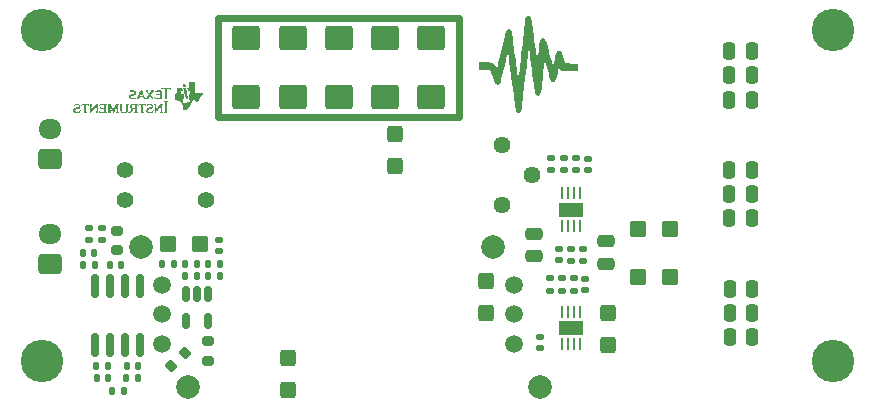
<source format=gbr>
%TF.GenerationSoftware,KiCad,Pcbnew,(6.0.5)*%
%TF.CreationDate,2023-02-17T00:10:57+08:00*%
%TF.ProjectId,EmoeNAP,456d6f65-4e41-4502-9e6b-696361645f70,rev?*%
%TF.SameCoordinates,Original*%
%TF.FileFunction,Soldermask,Bot*%
%TF.FilePolarity,Negative*%
%FSLAX46Y46*%
G04 Gerber Fmt 4.6, Leading zero omitted, Abs format (unit mm)*
G04 Created by KiCad (PCBNEW (6.0.5)) date 2023-02-17 00:10:57*
%MOMM*%
%LPD*%
G01*
G04 APERTURE LIST*
G04 Aperture macros list*
%AMRoundRect*
0 Rectangle with rounded corners*
0 $1 Rounding radius*
0 $2 $3 $4 $5 $6 $7 $8 $9 X,Y pos of 4 corners*
0 Add a 4 corners polygon primitive as box body*
4,1,4,$2,$3,$4,$5,$6,$7,$8,$9,$2,$3,0*
0 Add four circle primitives for the rounded corners*
1,1,$1+$1,$2,$3*
1,1,$1+$1,$4,$5*
1,1,$1+$1,$6,$7*
1,1,$1+$1,$8,$9*
0 Add four rect primitives between the rounded corners*
20,1,$1+$1,$2,$3,$4,$5,0*
20,1,$1+$1,$4,$5,$6,$7,0*
20,1,$1+$1,$6,$7,$8,$9,0*
20,1,$1+$1,$8,$9,$2,$3,0*%
G04 Aperture macros list end*
%ADD10C,0.600000*%
%ADD11RoundRect,0.250000X0.725000X-0.600000X0.725000X0.600000X-0.725000X0.600000X-0.725000X-0.600000X0*%
%ADD12O,1.950000X1.700000*%
%ADD13RoundRect,0.250000X-0.425000X0.450000X-0.425000X-0.450000X0.425000X-0.450000X0.425000X0.450000X0*%
%ADD14C,3.600000*%
%ADD15C,1.500000*%
%ADD16C,2.000000*%
%ADD17C,1.400000*%
%ADD18RoundRect,0.250000X0.425000X-0.450000X0.425000X0.450000X-0.425000X0.450000X-0.425000X-0.450000X0*%
%ADD19RoundRect,0.250000X0.450000X0.425000X-0.450000X0.425000X-0.450000X-0.425000X0.450000X-0.425000X0*%
%ADD20C,1.440000*%
%ADD21RoundRect,0.250000X-0.450000X-0.425000X0.450000X-0.425000X0.450000X0.425000X-0.450000X0.425000X0*%
%ADD22RoundRect,0.135000X-0.135000X-0.185000X0.135000X-0.185000X0.135000X0.185000X-0.135000X0.185000X0*%
%ADD23RoundRect,0.140000X-0.170000X0.140000X-0.170000X-0.140000X0.170000X-0.140000X0.170000X0.140000X0*%
%ADD24RoundRect,0.250000X0.250000X0.475000X-0.250000X0.475000X-0.250000X-0.475000X0.250000X-0.475000X0*%
%ADD25RoundRect,0.200000X-0.275000X0.200000X-0.275000X-0.200000X0.275000X-0.200000X0.275000X0.200000X0*%
%ADD26RoundRect,0.140000X-0.140000X-0.170000X0.140000X-0.170000X0.140000X0.170000X-0.140000X0.170000X0*%
%ADD27RoundRect,0.135000X-0.185000X0.135000X-0.185000X-0.135000X0.185000X-0.135000X0.185000X0.135000X0*%
%ADD28RoundRect,0.135000X0.185000X-0.135000X0.185000X0.135000X-0.185000X0.135000X-0.185000X-0.135000X0*%
%ADD29RoundRect,0.250000X-0.475000X0.250000X-0.475000X-0.250000X0.475000X-0.250000X0.475000X0.250000X0*%
%ADD30RoundRect,0.135000X0.135000X0.185000X-0.135000X0.185000X-0.135000X-0.185000X0.135000X-0.185000X0*%
%ADD31RoundRect,0.062500X-0.062500X0.425000X-0.062500X-0.425000X0.062500X-0.425000X0.062500X0.425000X0*%
%ADD32R,2.000000X1.200000*%
%ADD33RoundRect,0.140000X0.170000X-0.140000X0.170000X0.140000X-0.170000X0.140000X-0.170000X-0.140000X0*%
%ADD34RoundRect,0.250000X-0.925000X0.787500X-0.925000X-0.787500X0.925000X-0.787500X0.925000X0.787500X0*%
%ADD35RoundRect,0.140000X0.140000X0.170000X-0.140000X0.170000X-0.140000X-0.170000X0.140000X-0.170000X0*%
%ADD36RoundRect,0.250000X0.475000X-0.250000X0.475000X0.250000X-0.475000X0.250000X-0.475000X-0.250000X0*%
%ADD37RoundRect,0.150000X0.150000X-0.825000X0.150000X0.825000X-0.150000X0.825000X-0.150000X-0.825000X0*%
%ADD38RoundRect,0.150000X-0.150000X0.512500X-0.150000X-0.512500X0.150000X-0.512500X0.150000X0.512500X0*%
%ADD39RoundRect,0.200000X0.275000X-0.200000X0.275000X0.200000X-0.275000X0.200000X-0.275000X-0.200000X0*%
%ADD40RoundRect,0.200000X0.053033X-0.335876X0.335876X-0.053033X-0.053033X0.335876X-0.335876X0.053033X0*%
G04 APERTURE END LIST*
D10*
X137699999Y-91949906D02*
X128899999Y-91949905D01*
X128899999Y-91949905D02*
X128899999Y-100349906D01*
X140499999Y-91949906D02*
X137699999Y-91949906D01*
X128899999Y-100349906D02*
X143099999Y-100349906D01*
X149299999Y-100349906D02*
X149299999Y-91949906D01*
X143099999Y-100349906D02*
X149299999Y-100349906D01*
X149299999Y-91949906D02*
X140499999Y-91949906D01*
%TO.C,G\u002A\u002A\u002A*%
G36*
X155243085Y-91739765D02*
G01*
X155304925Y-91785766D01*
X155357918Y-91867317D01*
X155405194Y-91995045D01*
X155449879Y-92179576D01*
X155495102Y-92431538D01*
X155543991Y-92761555D01*
X155599674Y-93180256D01*
X155609620Y-93257431D01*
X155680355Y-93805529D01*
X155739743Y-94263613D01*
X155788915Y-94639652D01*
X155829000Y-94941612D01*
X155861130Y-95177460D01*
X155886434Y-95355165D01*
X155906043Y-95482694D01*
X155921088Y-95568013D01*
X155932698Y-95619092D01*
X155942005Y-95643896D01*
X155950139Y-95650393D01*
X155958810Y-95627640D01*
X155975938Y-95521592D01*
X155996771Y-95343874D01*
X156019439Y-95111002D01*
X156042068Y-94839489D01*
X156055911Y-94670315D01*
X156081985Y-94394181D01*
X156108886Y-94153931D01*
X156134145Y-93970800D01*
X156155290Y-93866022D01*
X156162585Y-93844170D01*
X156248125Y-93697772D01*
X156363797Y-93630230D01*
X156493101Y-93651997D01*
X156493699Y-93652319D01*
X156547181Y-93696270D01*
X156599909Y-93776358D01*
X156656580Y-93904793D01*
X156721891Y-94093783D01*
X156800540Y-94355535D01*
X156897226Y-94702260D01*
X156950512Y-94896371D01*
X157027520Y-95173437D01*
X157099508Y-95428925D01*
X157155994Y-95625442D01*
X157258236Y-95974755D01*
X157400018Y-95408156D01*
X157437989Y-95259147D01*
X157504350Y-95021458D01*
X157561574Y-94860878D01*
X157616521Y-94763454D01*
X157676049Y-94715233D01*
X157747019Y-94702260D01*
X157798092Y-94703527D01*
X157867688Y-94716239D01*
X157926295Y-94752658D01*
X157980223Y-94824854D01*
X158035781Y-94944894D01*
X158099279Y-95124848D01*
X158177027Y-95376784D01*
X158275333Y-95712770D01*
X158291783Y-95745407D01*
X158338017Y-95773688D01*
X158429575Y-95790296D01*
X158584601Y-95798132D01*
X158821241Y-95800098D01*
X159341847Y-95800098D01*
X159341847Y-96448821D01*
X158684578Y-96448821D01*
X158409454Y-96445601D01*
X158171624Y-96431398D01*
X158009200Y-96402020D01*
X157909225Y-96353342D01*
X157858742Y-96281243D01*
X157844794Y-96181598D01*
X157836400Y-96110685D01*
X157809949Y-96122236D01*
X157767947Y-96219766D01*
X157712967Y-96397191D01*
X157647577Y-96648429D01*
X157617929Y-96765058D01*
X157559199Y-96972316D01*
X157504510Y-97138233D01*
X157462702Y-97234774D01*
X157449350Y-97254033D01*
X157339285Y-97331684D01*
X157208428Y-97339968D01*
X157098089Y-97274396D01*
X157071434Y-97219663D01*
X157020549Y-97080740D01*
X156953658Y-96877206D01*
X156876332Y-96626101D01*
X156794139Y-96344467D01*
X156722716Y-96094928D01*
X156651343Y-95849471D01*
X156593057Y-95653261D01*
X156552501Y-95521909D01*
X156534319Y-95471025D01*
X156532843Y-95472671D01*
X156521967Y-95536783D01*
X156504550Y-95682372D01*
X156482136Y-95894971D01*
X156456267Y-96160113D01*
X156428487Y-96463331D01*
X156398603Y-96795412D01*
X156367086Y-97138197D01*
X156337204Y-97456308D01*
X156311301Y-97724825D01*
X156291718Y-97918833D01*
X156284820Y-97980549D01*
X156241795Y-98242441D01*
X156182863Y-98417062D01*
X156103310Y-98514463D01*
X155998429Y-98544696D01*
X155934017Y-98536287D01*
X155869246Y-98497454D01*
X155814756Y-98416461D01*
X155766635Y-98281864D01*
X155720971Y-98082222D01*
X155673850Y-97806093D01*
X155621359Y-97442034D01*
X155583051Y-97162632D01*
X155514626Y-96663017D01*
X155457900Y-96247707D01*
X155411581Y-95906935D01*
X155374377Y-95630935D01*
X155344995Y-95409943D01*
X155322143Y-95234192D01*
X155304529Y-95093918D01*
X155290861Y-94979354D01*
X155279846Y-94880734D01*
X155270192Y-94788294D01*
X155269218Y-94778799D01*
X155249116Y-94616131D01*
X155229157Y-94506254D01*
X155213527Y-94472492D01*
X155211679Y-94475079D01*
X155202715Y-94503763D01*
X155190845Y-94566487D01*
X155175293Y-94669770D01*
X155155285Y-94820132D01*
X155130046Y-95024092D01*
X155098801Y-95288169D01*
X155060775Y-95618883D01*
X155015194Y-96022752D01*
X154961282Y-96506297D01*
X154898266Y-97076036D01*
X154825369Y-97738489D01*
X154806159Y-97912777D01*
X154749336Y-98419080D01*
X154700553Y-98836459D01*
X154658665Y-99172894D01*
X154622530Y-99436362D01*
X154591003Y-99634841D01*
X154562941Y-99776309D01*
X154537201Y-99868744D01*
X154512637Y-99920123D01*
X154417460Y-100012780D01*
X154301254Y-100030181D01*
X154182426Y-99947926D01*
X154171530Y-99935310D01*
X154155404Y-99911701D01*
X154139782Y-99877663D01*
X154123658Y-99826382D01*
X154106026Y-99751047D01*
X154085880Y-99644841D01*
X154062214Y-99500952D01*
X154034022Y-99312565D01*
X154000296Y-99072868D01*
X153960033Y-98775045D01*
X153912225Y-98412283D01*
X153855866Y-97977769D01*
X153789950Y-97464688D01*
X153713471Y-96866226D01*
X153625424Y-96175570D01*
X153617637Y-96114532D01*
X153571796Y-95758257D01*
X153529934Y-95437911D01*
X153493746Y-95166113D01*
X153464930Y-94955480D01*
X153445182Y-94818633D01*
X153436199Y-94768190D01*
X153435518Y-94768322D01*
X153418569Y-94819718D01*
X153384885Y-94948418D01*
X153339002Y-95136440D01*
X153285455Y-95365803D01*
X153239395Y-95567005D01*
X153162794Y-95901615D01*
X153086059Y-96236818D01*
X153020391Y-96523674D01*
X152947483Y-96840407D01*
X152891193Y-97078163D01*
X152848249Y-97246994D01*
X152814404Y-97361221D01*
X152785409Y-97435163D01*
X152757017Y-97483137D01*
X152724980Y-97519464D01*
X152656122Y-97575539D01*
X152563430Y-97599808D01*
X152471219Y-97553090D01*
X152373135Y-97428973D01*
X152262825Y-97221044D01*
X152133934Y-96922888D01*
X151910972Y-96373969D01*
X151008252Y-96345273D01*
X151008252Y-95700295D01*
X151580178Y-95700295D01*
X151855105Y-95704027D01*
X152055010Y-95721543D01*
X152191556Y-95762038D01*
X152283094Y-95834708D01*
X152347977Y-95948750D01*
X152404557Y-96113357D01*
X152414230Y-96144823D01*
X152452587Y-96250381D01*
X152480855Y-96272953D01*
X152510201Y-96224264D01*
X152510369Y-96223854D01*
X152531256Y-96152345D01*
X152570983Y-95998319D01*
X152626100Y-95776288D01*
X152693157Y-95500764D01*
X152768704Y-95186257D01*
X152849290Y-94847279D01*
X152931466Y-94498341D01*
X153011782Y-94153955D01*
X153086787Y-93828632D01*
X153153030Y-93536884D01*
X153207064Y-93293222D01*
X153240450Y-93163973D01*
X153324472Y-92975615D01*
X153433359Y-92880116D01*
X153569865Y-92874296D01*
X153641810Y-92906329D01*
X153711703Y-92986299D01*
X153765974Y-93124146D01*
X153809778Y-93333845D01*
X153848267Y-93629372D01*
X153849198Y-93637859D01*
X153872754Y-93842931D01*
X153904859Y-94109455D01*
X153943770Y-94424058D01*
X153987742Y-94773366D01*
X154035031Y-95144006D01*
X154083892Y-95522603D01*
X154132581Y-95895784D01*
X154179354Y-96250175D01*
X154222465Y-96572403D01*
X154260172Y-96849093D01*
X154290728Y-97066871D01*
X154312391Y-97212365D01*
X154323415Y-97272201D01*
X154335045Y-97286490D01*
X154347731Y-97242697D01*
X154349047Y-97226592D01*
X154359367Y-97122614D01*
X154378876Y-96934909D01*
X154406414Y-96674375D01*
X154440819Y-96351907D01*
X154480931Y-95978403D01*
X154525589Y-95564759D01*
X154573633Y-95121872D01*
X154585229Y-95015176D01*
X154635638Y-94550166D01*
X154684455Y-94098073D01*
X154730139Y-93673281D01*
X154771149Y-93290171D01*
X154805945Y-92963127D01*
X154832986Y-92706531D01*
X154850732Y-92534766D01*
X154874906Y-92328979D01*
X154926647Y-92043027D01*
X154991785Y-91849075D01*
X155072120Y-91742509D01*
X155169457Y-91718716D01*
X155243085Y-91739765D01*
G37*
G36*
X124053287Y-98082938D02*
G01*
X124105245Y-98083773D01*
X124145705Y-98084997D01*
X124172429Y-98086568D01*
X124183178Y-98088446D01*
X124184245Y-98090865D01*
X124177524Y-98101803D01*
X124158579Y-98115673D01*
X124152951Y-98119256D01*
X124130619Y-98138624D01*
X124117017Y-98158490D01*
X124114667Y-98172747D01*
X124112556Y-98202986D01*
X124110856Y-98245981D01*
X124109570Y-98298915D01*
X124108697Y-98358975D01*
X124108240Y-98423346D01*
X124108199Y-98489211D01*
X124108576Y-98553757D01*
X124109372Y-98614169D01*
X124110587Y-98667630D01*
X124112224Y-98711327D01*
X124114283Y-98742445D01*
X124116766Y-98758168D01*
X124117559Y-98760053D01*
X124132772Y-98779853D01*
X124155471Y-98796348D01*
X124174048Y-98805908D01*
X124186765Y-98813775D01*
X124189493Y-98819620D01*
X124185761Y-98827016D01*
X124185171Y-98827590D01*
X124173152Y-98830417D01*
X124145930Y-98832552D01*
X124102905Y-98834009D01*
X124043477Y-98834802D01*
X123967046Y-98834945D01*
X123873011Y-98834452D01*
X123566339Y-98832055D01*
X123531428Y-98746666D01*
X123521008Y-98720194D01*
X123507897Y-98680505D01*
X123504236Y-98656247D01*
X123510055Y-98647309D01*
X123525382Y-98653581D01*
X123550247Y-98674953D01*
X123568329Y-98691430D01*
X123595814Y-98710944D01*
X123626559Y-98724740D01*
X123664292Y-98733944D01*
X123712741Y-98739685D01*
X123775637Y-98743088D01*
X123809646Y-98744022D01*
X123860051Y-98743934D01*
X123897365Y-98741760D01*
X123919075Y-98737596D01*
X123944120Y-98727773D01*
X123944120Y-98481427D01*
X123845079Y-98481427D01*
X123794456Y-98481852D01*
X123750145Y-98483776D01*
X123718636Y-98487840D01*
X123697032Y-98494674D01*
X123682440Y-98504910D01*
X123671964Y-98519180D01*
X123671435Y-98520094D01*
X123656527Y-98537777D01*
X123641305Y-98545120D01*
X123639690Y-98545071D01*
X123633298Y-98542502D01*
X123629133Y-98533837D01*
X123626732Y-98516048D01*
X123625632Y-98486106D01*
X123625368Y-98440983D01*
X123625392Y-98430466D01*
X123626516Y-98382011D01*
X123629595Y-98350139D01*
X123635015Y-98333521D01*
X123643161Y-98330824D01*
X123654420Y-98340718D01*
X123666845Y-98355832D01*
X123680659Y-98370930D01*
X123694346Y-98380835D01*
X123711572Y-98386638D01*
X123736007Y-98389431D01*
X123771317Y-98390306D01*
X123821173Y-98390355D01*
X123944120Y-98390355D01*
X123944120Y-98291291D01*
X123944116Y-98286643D01*
X123943387Y-98240746D01*
X123941150Y-98209827D01*
X123937047Y-98190931D01*
X123930719Y-98181105D01*
X123918188Y-98176286D01*
X123892728Y-98173387D01*
X123852725Y-98172457D01*
X123796387Y-98173395D01*
X123742138Y-98175578D01*
X123696790Y-98179725D01*
X123662065Y-98186877D01*
X123634010Y-98198234D01*
X123608670Y-98214994D01*
X123582091Y-98238356D01*
X123569162Y-98249823D01*
X123552868Y-98259293D01*
X123542213Y-98256201D01*
X123539426Y-98250597D01*
X123540265Y-98234413D01*
X123547932Y-98206926D01*
X123563008Y-98165602D01*
X123594064Y-98085264D01*
X123884623Y-98082857D01*
X123923830Y-98082606D01*
X123992069Y-98082535D01*
X124053287Y-98082938D01*
G37*
G36*
X122667703Y-98612214D02*
G01*
X122689649Y-98663880D01*
X122707874Y-98704566D01*
X122722866Y-98735376D01*
X122735111Y-98757416D01*
X122745097Y-98771791D01*
X122753311Y-98779606D01*
X122760242Y-98781965D01*
X122763950Y-98781140D01*
X122774601Y-98773742D01*
X122790147Y-98757604D01*
X122811618Y-98731435D01*
X122840047Y-98693947D01*
X122876465Y-98643850D01*
X122921904Y-98579853D01*
X122926461Y-98573369D01*
X122957484Y-98528350D01*
X122983974Y-98488395D01*
X123004400Y-98455931D01*
X123017228Y-98433383D01*
X123020926Y-98423176D01*
X123015802Y-98414892D01*
X123001469Y-98393787D01*
X122979823Y-98362754D01*
X122952667Y-98324372D01*
X122921801Y-98281219D01*
X122892969Y-98241493D01*
X122862929Y-98201628D01*
X122839197Y-98172683D01*
X122819635Y-98152267D01*
X122802105Y-98137985D01*
X122784469Y-98127443D01*
X122765802Y-98117367D01*
X122746399Y-98104267D01*
X122740807Y-98094571D01*
X122749900Y-98087823D01*
X122774551Y-98083567D01*
X122815634Y-98081349D01*
X122874023Y-98080710D01*
X122919779Y-98080964D01*
X122960724Y-98082062D01*
X122987338Y-98084205D01*
X123001747Y-98087580D01*
X123006078Y-98092375D01*
X123006055Y-98092864D01*
X122997675Y-98103941D01*
X122978756Y-98114351D01*
X122960151Y-98124978D01*
X122951434Y-98143069D01*
X122952765Y-98147983D01*
X122961961Y-98166950D01*
X122977945Y-98195288D01*
X122998401Y-98229278D01*
X123021014Y-98265200D01*
X123043467Y-98299333D01*
X123063443Y-98327958D01*
X123078628Y-98347356D01*
X123081404Y-98347105D01*
X123092527Y-98336389D01*
X123109391Y-98315048D01*
X123129767Y-98286462D01*
X123151432Y-98254013D01*
X123172157Y-98221083D01*
X123189717Y-98191053D01*
X123201885Y-98167305D01*
X123206436Y-98153220D01*
X123199585Y-98136193D01*
X123179172Y-98118992D01*
X123169977Y-98113580D01*
X123155032Y-98102872D01*
X123150493Y-98094720D01*
X123157660Y-98088793D01*
X123177832Y-98084760D01*
X123212311Y-98082289D01*
X123262394Y-98081050D01*
X123329383Y-98080710D01*
X123334847Y-98080712D01*
X123396279Y-98080960D01*
X123441786Y-98081746D01*
X123473487Y-98083220D01*
X123493505Y-98085531D01*
X123503960Y-98088830D01*
X123506974Y-98093266D01*
X123506973Y-98093399D01*
X123499208Y-98105394D01*
X123480848Y-98116644D01*
X123468387Y-98122751D01*
X123451205Y-98134703D01*
X123432022Y-98152654D01*
X123409238Y-98178448D01*
X123381251Y-98213929D01*
X123346463Y-98260943D01*
X123303271Y-98321335D01*
X123207064Y-98457226D01*
X123246137Y-98512586D01*
X123262317Y-98535513D01*
X123289353Y-98573829D01*
X123319737Y-98616895D01*
X123349452Y-98659018D01*
X123381203Y-98703454D01*
X123405826Y-98735932D01*
X123425602Y-98758653D01*
X123443172Y-98774330D01*
X123461179Y-98785675D01*
X123482262Y-98795401D01*
X123489287Y-98798632D01*
X123508406Y-98811299D01*
X123516081Y-98823070D01*
X123515113Y-98826600D01*
X123508600Y-98830838D01*
X123493807Y-98833720D01*
X123468250Y-98835483D01*
X123429449Y-98836367D01*
X123374919Y-98836609D01*
X123343616Y-98836540D01*
X123297570Y-98835954D01*
X123265998Y-98834579D01*
X123246462Y-98832187D01*
X123236528Y-98828551D01*
X123233758Y-98823445D01*
X123241024Y-98810724D01*
X123258803Y-98798315D01*
X123272559Y-98789978D01*
X123283732Y-98774205D01*
X123283369Y-98752318D01*
X123271225Y-98721867D01*
X123247056Y-98680402D01*
X123242615Y-98673386D01*
X123219275Y-98636421D01*
X123197176Y-98601295D01*
X123180579Y-98574776D01*
X123171723Y-98561145D01*
X123158434Y-98543127D01*
X123150755Y-98536071D01*
X123149689Y-98536705D01*
X123140194Y-98547726D01*
X123123191Y-98570348D01*
X123100699Y-98601826D01*
X123074738Y-98639414D01*
X123064905Y-98653962D01*
X123035704Y-98699220D01*
X123017187Y-98733067D01*
X123008869Y-98757764D01*
X123010261Y-98775570D01*
X123020877Y-98788744D01*
X123040230Y-98799546D01*
X123043713Y-98801163D01*
X123062266Y-98813261D01*
X123069828Y-98824591D01*
X123069685Y-98825451D01*
X123064976Y-98828887D01*
X123052341Y-98831577D01*
X123030065Y-98833600D01*
X122996435Y-98835035D01*
X122949736Y-98835962D01*
X122888253Y-98836460D01*
X122810273Y-98836609D01*
X122753091Y-98836550D01*
X122688318Y-98836232D01*
X122638578Y-98835551D01*
X122602023Y-98834415D01*
X122576806Y-98832730D01*
X122561081Y-98830403D01*
X122553000Y-98827339D01*
X122550717Y-98823445D01*
X122557982Y-98810731D01*
X122575762Y-98798333D01*
X122593235Y-98785247D01*
X122603004Y-98761477D01*
X122600786Y-98727216D01*
X122586744Y-98680712D01*
X122566711Y-98627143D01*
X122260595Y-98627143D01*
X122240923Y-98679509D01*
X122230086Y-98709877D01*
X122221524Y-98742263D01*
X122221437Y-98764746D01*
X122230041Y-98781106D01*
X122247552Y-98795122D01*
X122251703Y-98797807D01*
X122269528Y-98810721D01*
X122277321Y-98820451D01*
X122273719Y-98827432D01*
X122257361Y-98832102D01*
X122226884Y-98834897D01*
X122180926Y-98836253D01*
X122118125Y-98836609D01*
X122066945Y-98836535D01*
X122023457Y-98836109D01*
X121993488Y-98835053D01*
X121974536Y-98833092D01*
X121964097Y-98829948D01*
X121959669Y-98825346D01*
X121958749Y-98819008D01*
X121961508Y-98808490D01*
X121975523Y-98796083D01*
X121981738Y-98794089D01*
X121990102Y-98790806D01*
X121997945Y-98785991D01*
X122005853Y-98778353D01*
X122014410Y-98766603D01*
X122024201Y-98749449D01*
X122035810Y-98725602D01*
X122049823Y-98693771D01*
X122066822Y-98652665D01*
X122087394Y-98600994D01*
X122112123Y-98537468D01*
X122113989Y-98532612D01*
X122295715Y-98532612D01*
X122296014Y-98532859D01*
X122307510Y-98534115D01*
X122333215Y-98535135D01*
X122369743Y-98535820D01*
X122413705Y-98536071D01*
X122531695Y-98536071D01*
X122519406Y-98501919D01*
X122512003Y-98481883D01*
X122499364Y-98448373D01*
X122483657Y-98407155D01*
X122466705Y-98363034D01*
X122466702Y-98363026D01*
X122450483Y-98320926D01*
X122436193Y-98283713D01*
X122425380Y-98255422D01*
X122419588Y-98240087D01*
X122417725Y-98235257D01*
X122411931Y-98227564D01*
X122404935Y-98236026D01*
X122401723Y-98243268D01*
X122393068Y-98265128D01*
X122380658Y-98297636D01*
X122365769Y-98337330D01*
X122349673Y-98380749D01*
X122333647Y-98424434D01*
X122318963Y-98464923D01*
X122306897Y-98498756D01*
X122298723Y-98522473D01*
X122295715Y-98532612D01*
X122113989Y-98532612D01*
X122141593Y-98460797D01*
X122176389Y-98369689D01*
X122217096Y-98262855D01*
X122284747Y-98085264D01*
X122457693Y-98080074D01*
X122510028Y-98214724D01*
X122532959Y-98273647D01*
X122574664Y-98380284D01*
X122610698Y-98471521D01*
X122636580Y-98536071D01*
X122641548Y-98548462D01*
X122667703Y-98612214D01*
G37*
G36*
X124739180Y-97845361D02*
G01*
X124781662Y-97845894D01*
X124813458Y-97846845D01*
X124836176Y-97848267D01*
X124851426Y-97850216D01*
X124860818Y-97852745D01*
X124865960Y-97855911D01*
X124868464Y-97859766D01*
X124869975Y-97863651D01*
X124877476Y-97884242D01*
X124888393Y-97915180D01*
X124900924Y-97951382D01*
X124907097Y-97969586D01*
X124916562Y-97999865D01*
X124920285Y-98018126D01*
X124918761Y-98027839D01*
X124912484Y-98032477D01*
X124903515Y-98033335D01*
X124889788Y-98023097D01*
X124884229Y-98016333D01*
X124865358Y-98000602D01*
X124840023Y-97983925D01*
X124838516Y-97983046D01*
X124818510Y-97972553D01*
X124798369Y-97965401D01*
X124773572Y-97960718D01*
X124739600Y-97957626D01*
X124691934Y-97955252D01*
X124645588Y-97953677D01*
X124613236Y-97953664D01*
X124592138Y-97955560D01*
X124578816Y-97959682D01*
X124569789Y-97966346D01*
X124566015Y-97971346D01*
X124562832Y-97979389D01*
X124560278Y-97992069D01*
X124558285Y-98011083D01*
X124556785Y-98038128D01*
X124555710Y-98074901D01*
X124554993Y-98123099D01*
X124554564Y-98184420D01*
X124554357Y-98260560D01*
X124554303Y-98353218D01*
X124554311Y-98373907D01*
X124554666Y-98482323D01*
X124555549Y-98572602D01*
X124556963Y-98644806D01*
X124558908Y-98698993D01*
X124561385Y-98735225D01*
X124564397Y-98753561D01*
X124578004Y-98776722D01*
X124600826Y-98796137D01*
X124601918Y-98796713D01*
X124619783Y-98810070D01*
X124627160Y-98823182D01*
X124627141Y-98823714D01*
X124624172Y-98828443D01*
X124614543Y-98831887D01*
X124595945Y-98834237D01*
X124566068Y-98835681D01*
X124522600Y-98836408D01*
X124463231Y-98836609D01*
X124434975Y-98836559D01*
X124377931Y-98835861D01*
X124337250Y-98833970D01*
X124311622Y-98830418D01*
X124299738Y-98824737D01*
X124300288Y-98816459D01*
X124311963Y-98805116D01*
X124333453Y-98790240D01*
X124367605Y-98768142D01*
X124369980Y-98373111D01*
X124370257Y-98320911D01*
X124370521Y-98224209D01*
X124370334Y-98144357D01*
X124369681Y-98080437D01*
X124368542Y-98031525D01*
X124366900Y-97996703D01*
X124364736Y-97975050D01*
X124362034Y-97965644D01*
X124360711Y-97964291D01*
X124345552Y-97957946D01*
X124316441Y-97954346D01*
X124271313Y-97953209D01*
X124242704Y-97953538D01*
X124180617Y-97957605D01*
X124131965Y-97966915D01*
X124093663Y-97982222D01*
X124062626Y-98004281D01*
X124051777Y-98013664D01*
X124028568Y-98030152D01*
X124013321Y-98035379D01*
X124008295Y-98028344D01*
X124009631Y-98022858D01*
X124015794Y-98002787D01*
X124025794Y-97972158D01*
X124038335Y-97934995D01*
X124067950Y-97848477D01*
X124464938Y-97846105D01*
X124531516Y-97845723D01*
X124615716Y-97845330D01*
X124684401Y-97845191D01*
X124739180Y-97845361D01*
G37*
G36*
X117646022Y-99227970D02*
G01*
X117694196Y-99228121D01*
X117762443Y-99228467D01*
X117823230Y-99228931D01*
X117874406Y-99229489D01*
X117913821Y-99230115D01*
X117939323Y-99230785D01*
X117948762Y-99231474D01*
X117951017Y-99236804D01*
X117957515Y-99256118D01*
X117966713Y-99285242D01*
X117977267Y-99319713D01*
X117987831Y-99355064D01*
X117997058Y-99386830D01*
X118003602Y-99410546D01*
X118006117Y-99421747D01*
X118002701Y-99429102D01*
X117990337Y-99426231D01*
X117971405Y-99411882D01*
X117948499Y-99387594D01*
X117933407Y-99370902D01*
X117908627Y-99347739D01*
X117887937Y-99333008D01*
X117883487Y-99331015D01*
X117858139Y-99324323D01*
X117825043Y-99319765D01*
X117790584Y-99317773D01*
X117761151Y-99318779D01*
X117743131Y-99323214D01*
X117742821Y-99323462D01*
X117739711Y-99333768D01*
X117737226Y-99358446D01*
X117735340Y-99398264D01*
X117734025Y-99453988D01*
X117733255Y-99526387D01*
X117733005Y-99616226D01*
X117733005Y-99902980D01*
X117755359Y-99925334D01*
X117757026Y-99926965D01*
X117775990Y-99941654D01*
X117791250Y-99947688D01*
X117799689Y-99949096D01*
X117811614Y-99959791D01*
X117810285Y-99975222D01*
X117808917Y-99976312D01*
X117792698Y-99979585D01*
X117759748Y-99981665D01*
X117711206Y-99982503D01*
X117648211Y-99982052D01*
X117623321Y-99981634D01*
X117572722Y-99980503D01*
X117536783Y-99979016D01*
X117512964Y-99976878D01*
X117498726Y-99973796D01*
X117491530Y-99969476D01*
X117488836Y-99963625D01*
X117490289Y-99952403D01*
X117505071Y-99947688D01*
X117506083Y-99947659D01*
X117525969Y-99940739D01*
X117546721Y-99925334D01*
X117569075Y-99902980D01*
X117569075Y-99616226D01*
X117569073Y-99607432D01*
X117568777Y-99519189D01*
X117567960Y-99448318D01*
X117566595Y-99394052D01*
X117564656Y-99355624D01*
X117562116Y-99332267D01*
X117558949Y-99323214D01*
X117556319Y-99321998D01*
X117536309Y-99318753D01*
X117506113Y-99318094D01*
X117471993Y-99319763D01*
X117440212Y-99323503D01*
X117417035Y-99329056D01*
X117399160Y-99339681D01*
X117374056Y-99360155D01*
X117348248Y-99385510D01*
X117348161Y-99385603D01*
X117322444Y-99411405D01*
X117305299Y-99423353D01*
X117296445Y-99420866D01*
X117295599Y-99403369D01*
X117302480Y-99370281D01*
X117316806Y-99321024D01*
X117346068Y-99227252D01*
X117646022Y-99227970D01*
G37*
G36*
X117004417Y-99215222D02*
G01*
X117040145Y-99216802D01*
X117067608Y-99221267D01*
X117093524Y-99230002D01*
X117124611Y-99244392D01*
X117134282Y-99249395D01*
X117185647Y-99286282D01*
X117222930Y-99332331D01*
X117245099Y-99385233D01*
X117251119Y-99442677D01*
X117239958Y-99502352D01*
X117226129Y-99534790D01*
X117202055Y-99568602D01*
X117168245Y-99596805D01*
X117122583Y-99620730D01*
X117062946Y-99641708D01*
X116987217Y-99661071D01*
X116948235Y-99670070D01*
X116898918Y-99682710D01*
X116863040Y-99694212D01*
X116837812Y-99705697D01*
X116820447Y-99718286D01*
X116808158Y-99733100D01*
X116800654Y-99750054D01*
X116796840Y-99784450D01*
X116802888Y-99819852D01*
X116818074Y-99847888D01*
X116835443Y-99862678D01*
X116875429Y-99880890D01*
X116925064Y-99890140D01*
X116980321Y-99890222D01*
X117037175Y-99880925D01*
X117091599Y-99862042D01*
X117093785Y-99861017D01*
X117126172Y-99842128D01*
X117162811Y-99815689D01*
X117196187Y-99787087D01*
X117201414Y-99782138D01*
X117230679Y-99756519D01*
X117249929Y-99744258D01*
X117260326Y-99744583D01*
X117261774Y-99748970D01*
X117260652Y-99768437D01*
X117255258Y-99798899D01*
X117246708Y-99836250D01*
X117236118Y-99876383D01*
X117224603Y-99915191D01*
X117213279Y-99948569D01*
X117203261Y-99972408D01*
X117195666Y-99982603D01*
X117182756Y-99979133D01*
X117167597Y-99964893D01*
X117166934Y-99964016D01*
X117154705Y-99950678D01*
X117142107Y-99948420D01*
X117121115Y-99955644D01*
X117113913Y-99958506D01*
X117082708Y-99969840D01*
X117049964Y-99980586D01*
X117019094Y-99987472D01*
X116961546Y-99991781D01*
X116899167Y-99988538D01*
X116838893Y-99978251D01*
X116787661Y-99961426D01*
X116765984Y-99950813D01*
X116712581Y-99913742D01*
X116675003Y-99867815D01*
X116652908Y-99812517D01*
X116645954Y-99747329D01*
X116647256Y-99717143D01*
X116656708Y-99668442D01*
X116677051Y-99628636D01*
X116710377Y-99592708D01*
X116734447Y-99574454D01*
X116774150Y-99552898D01*
X116825132Y-99533329D01*
X116889703Y-99514895D01*
X116970171Y-99496743D01*
X116997960Y-99490643D01*
X117045768Y-99476964D01*
X117078677Y-99461591D01*
X117098955Y-99443282D01*
X117108870Y-99420797D01*
X117110948Y-99403455D01*
X117103481Y-99369877D01*
X117081209Y-99342797D01*
X117046048Y-99323473D01*
X116999916Y-99313163D01*
X116944730Y-99313124D01*
X116890247Y-99323239D01*
X116820798Y-99351801D01*
X116752844Y-99398120D01*
X116736165Y-99410764D01*
X116715393Y-99422569D01*
X116704027Y-99423170D01*
X116703358Y-99421175D01*
X116704630Y-99405390D01*
X116709789Y-99378234D01*
X116717689Y-99344180D01*
X116727187Y-99307703D01*
X116737138Y-99273277D01*
X116746398Y-99245376D01*
X116753822Y-99228474D01*
X116757642Y-99225158D01*
X116772351Y-99224588D01*
X116787804Y-99231575D01*
X116794963Y-99242941D01*
X116794963Y-99243102D01*
X116797143Y-99252321D01*
X116805763Y-99254364D01*
X116824062Y-99248820D01*
X116855278Y-99235277D01*
X116874285Y-99227475D01*
X116902474Y-99219908D01*
X116936478Y-99216103D01*
X116982452Y-99215081D01*
X117004417Y-99215222D01*
G37*
G36*
X122031606Y-99601864D02*
G01*
X122031909Y-99681467D01*
X122032778Y-99752007D01*
X122034156Y-99811654D01*
X122035990Y-99858578D01*
X122038223Y-99890948D01*
X122040802Y-99906937D01*
X122053666Y-99925692D01*
X122077230Y-99941402D01*
X122096243Y-99952682D01*
X122104464Y-99967899D01*
X122104155Y-99971273D01*
X122100911Y-99976302D01*
X122092062Y-99979822D01*
X122075086Y-99982099D01*
X122047461Y-99983396D01*
X122006666Y-99983981D01*
X121950179Y-99984117D01*
X121913958Y-99983982D01*
X121859779Y-99982978D01*
X121821795Y-99980921D01*
X121798704Y-99977723D01*
X121789207Y-99973296D01*
X121788251Y-99965025D01*
X121799087Y-99952805D01*
X121817620Y-99940293D01*
X121839389Y-99923444D01*
X121840376Y-99922623D01*
X121849819Y-99913964D01*
X121856204Y-99904306D01*
X121860129Y-99890208D01*
X121862191Y-99868226D01*
X121862990Y-99834916D01*
X121863123Y-99786836D01*
X121863123Y-99669918D01*
X121797217Y-99670494D01*
X121785701Y-99670683D01*
X121753655Y-99673168D01*
X121728413Y-99680347D01*
X121707133Y-99694608D01*
X121686971Y-99718342D01*
X121665086Y-99753937D01*
X121638635Y-99803783D01*
X121633849Y-99812986D01*
X121595669Y-99877813D01*
X121557724Y-99926127D01*
X121518683Y-99959369D01*
X121477220Y-99978981D01*
X121447656Y-99986212D01*
X121396211Y-99991861D01*
X121347061Y-99989814D01*
X121307291Y-99980028D01*
X121288221Y-99970598D01*
X121277528Y-99958718D01*
X121284717Y-99946843D01*
X121309860Y-99933666D01*
X121318474Y-99929846D01*
X121349012Y-99911591D01*
X121377468Y-99885457D01*
X121406735Y-99848411D01*
X121439702Y-99797419D01*
X121443443Y-99791313D01*
X121489136Y-99725934D01*
X121535265Y-99676459D01*
X121580800Y-99644007D01*
X121593729Y-99636765D01*
X121599222Y-99630991D01*
X121589907Y-99629211D01*
X121578163Y-99627607D01*
X121546950Y-99617004D01*
X121511826Y-99599474D01*
X121479326Y-99578512D01*
X121455986Y-99557611D01*
X121432022Y-99521273D01*
X121416073Y-99470280D01*
X121415238Y-99444062D01*
X121594495Y-99444062D01*
X121594856Y-99455077D01*
X121605142Y-99501087D01*
X121628320Y-99537440D01*
X121662672Y-99561180D01*
X121685136Y-99567401D01*
X121726932Y-99572509D01*
X121780866Y-99574292D01*
X121867677Y-99574292D01*
X121866769Y-99471836D01*
X121866631Y-99454858D01*
X121865974Y-99404594D01*
X121863761Y-99369143D01*
X121858274Y-99345851D01*
X121847793Y-99332066D01*
X121830601Y-99325135D01*
X121804979Y-99322405D01*
X121769209Y-99321223D01*
X121733000Y-99321070D01*
X121679131Y-99326650D01*
X121639836Y-99340691D01*
X121613626Y-99364241D01*
X121599009Y-99398349D01*
X121594495Y-99444062D01*
X121415238Y-99444062D01*
X121414139Y-99409537D01*
X121420775Y-99370345D01*
X121440857Y-99327614D01*
X121475533Y-99291639D01*
X121526552Y-99260094D01*
X121580800Y-99232772D01*
X121842632Y-99229982D01*
X121875442Y-99229653D01*
X121946709Y-99229148D01*
X122002207Y-99229170D01*
X122043689Y-99229781D01*
X122072905Y-99231043D01*
X122091605Y-99233020D01*
X122101541Y-99235775D01*
X122104464Y-99239370D01*
X122104445Y-99239836D01*
X122096121Y-99251269D01*
X122077230Y-99261826D01*
X122056696Y-99274669D01*
X122040802Y-99296291D01*
X122040793Y-99296313D01*
X122038216Y-99312353D01*
X122035983Y-99344770D01*
X122034151Y-99391734D01*
X122032774Y-99451416D01*
X122031908Y-99521986D01*
X122031710Y-99574292D01*
X122031606Y-99601614D01*
X122031606Y-99601864D01*
G37*
G36*
X118244152Y-99226557D02*
G01*
X118249978Y-99237506D01*
X118244949Y-99249898D01*
X118225780Y-99261487D01*
X118220318Y-99263776D01*
X118201076Y-99279262D01*
X118189138Y-99306843D01*
X118188977Y-99307443D01*
X118185852Y-99327654D01*
X118183322Y-99359825D01*
X118181406Y-99400605D01*
X118180126Y-99446642D01*
X118179504Y-99494585D01*
X118179560Y-99541085D01*
X118180315Y-99582791D01*
X118181792Y-99616351D01*
X118184010Y-99638415D01*
X118186992Y-99645632D01*
X118188523Y-99644429D01*
X118200255Y-99632436D01*
X118221840Y-99609038D01*
X118251741Y-99575943D01*
X118288421Y-99534860D01*
X118330342Y-99487498D01*
X118375967Y-99435566D01*
X118557207Y-99228536D01*
X118673324Y-99228377D01*
X118713270Y-99228545D01*
X118750375Y-99229579D01*
X118773758Y-99231783D01*
X118785940Y-99235425D01*
X118789441Y-99240774D01*
X118789395Y-99241520D01*
X118780774Y-99253470D01*
X118761771Y-99264791D01*
X118739692Y-99277666D01*
X118725342Y-99292619D01*
X118724559Y-99295084D01*
X118722342Y-99313974D01*
X118720410Y-99348559D01*
X118718815Y-99396946D01*
X118717610Y-99457241D01*
X118716849Y-99527551D01*
X118716583Y-99605983D01*
X118716583Y-99902980D01*
X118737610Y-99923057D01*
X118756595Y-99939403D01*
X118775635Y-99952805D01*
X118784697Y-99960701D01*
X118785946Y-99973296D01*
X118777602Y-99977666D01*
X118753802Y-99981307D01*
X118713893Y-99983429D01*
X118656849Y-99984117D01*
X118612484Y-99983989D01*
X118576815Y-99983303D01*
X118554015Y-99981658D01*
X118541246Y-99978658D01*
X118535667Y-99973907D01*
X118534439Y-99967007D01*
X118540436Y-99952927D01*
X118559736Y-99939419D01*
X118571579Y-99934065D01*
X118582781Y-99926612D01*
X118591321Y-99915906D01*
X118597568Y-99899809D01*
X118601889Y-99876185D01*
X118604655Y-99842895D01*
X118606234Y-99797803D01*
X118606994Y-99738771D01*
X118607303Y-99663663D01*
X118607425Y-99611178D01*
X118607540Y-99552868D01*
X118607617Y-99502679D01*
X118607652Y-99463134D01*
X118607642Y-99436757D01*
X118607585Y-99426070D01*
X118606297Y-99426692D01*
X118595491Y-99437383D01*
X118574895Y-99459542D01*
X118545942Y-99491574D01*
X118510065Y-99531888D01*
X118468698Y-99578888D01*
X118423274Y-99630982D01*
X118403053Y-99654267D01*
X118358757Y-99705225D01*
X118318943Y-99750959D01*
X118285099Y-99789762D01*
X118258717Y-99819927D01*
X118241287Y-99839745D01*
X118234299Y-99847509D01*
X118229811Y-99852273D01*
X118215143Y-99868511D01*
X118193191Y-99893123D01*
X118166720Y-99923017D01*
X118146932Y-99944704D01*
X118122438Y-99969363D01*
X118103763Y-99985565D01*
X118093863Y-99990570D01*
X118091355Y-99985176D01*
X118088644Y-99966230D01*
X118086243Y-99932948D01*
X118084118Y-99884556D01*
X118082238Y-99820276D01*
X118080569Y-99739334D01*
X118079079Y-99640954D01*
X118077971Y-99559086D01*
X118076743Y-99482318D01*
X118075339Y-99420531D01*
X118073549Y-99372010D01*
X118071166Y-99335042D01*
X118067980Y-99307912D01*
X118063784Y-99288905D01*
X118058368Y-99276308D01*
X118051524Y-99268407D01*
X118043045Y-99263486D01*
X118032720Y-99259833D01*
X118022888Y-99254411D01*
X118015328Y-99241266D01*
X118017027Y-99236856D01*
X118026017Y-99232596D01*
X118045155Y-99229951D01*
X118077126Y-99228598D01*
X118124615Y-99228218D01*
X118167500Y-99228039D01*
X118203727Y-99227550D01*
X118229367Y-99226826D01*
X118240607Y-99225942D01*
X118244152Y-99226557D01*
G37*
G36*
X120502938Y-99229233D02*
G01*
X120509094Y-99241398D01*
X120508613Y-99248881D01*
X120497296Y-99255540D01*
X120496236Y-99255592D01*
X120479472Y-99262622D01*
X120460199Y-99277894D01*
X120437845Y-99300248D01*
X120437845Y-99591664D01*
X120437933Y-99672744D01*
X120438376Y-99743531D01*
X120439428Y-99799714D01*
X120441341Y-99843156D01*
X120444366Y-99875724D01*
X120448755Y-99899282D01*
X120454760Y-99915694D01*
X120462633Y-99926827D01*
X120472626Y-99934544D01*
X120484990Y-99940712D01*
X120502831Y-99952787D01*
X120508529Y-99965902D01*
X120505572Y-99970845D01*
X120495171Y-99975381D01*
X120474754Y-99978519D01*
X120441590Y-99980642D01*
X120392946Y-99982132D01*
X120380983Y-99982368D01*
X120325622Y-99982118D01*
X120287937Y-99979188D01*
X120267626Y-99973504D01*
X120264392Y-99964991D01*
X120277934Y-99953575D01*
X120295624Y-99941067D01*
X120316639Y-99923057D01*
X120316668Y-99923030D01*
X120322900Y-99916708D01*
X120327758Y-99909613D01*
X120331413Y-99899563D01*
X120334037Y-99884380D01*
X120335800Y-99861883D01*
X120336873Y-99829892D01*
X120337428Y-99786227D01*
X120337635Y-99728707D01*
X120337666Y-99655153D01*
X120337665Y-99649996D01*
X120337431Y-99585744D01*
X120336832Y-99528382D01*
X120335921Y-99480175D01*
X120334754Y-99443387D01*
X120333383Y-99420283D01*
X120331863Y-99413129D01*
X120328364Y-99419708D01*
X120318259Y-99440918D01*
X120302727Y-99474398D01*
X120282845Y-99517763D01*
X120259690Y-99568625D01*
X120234336Y-99624599D01*
X120207860Y-99683298D01*
X120181339Y-99742335D01*
X120155847Y-99799324D01*
X120132462Y-99851879D01*
X120112259Y-99897613D01*
X120096314Y-99934139D01*
X120085703Y-99959072D01*
X120082377Y-99966488D01*
X120070710Y-99985574D01*
X120060711Y-99993224D01*
X120058957Y-99992384D01*
X120051548Y-99982510D01*
X120039606Y-99960942D01*
X120022791Y-99926943D01*
X120000764Y-99879776D01*
X119973184Y-99818704D01*
X119939711Y-99742991D01*
X119900006Y-99651900D01*
X119853729Y-99544694D01*
X119840692Y-99514654D01*
X119822282Y-99473236D01*
X119807047Y-99440175D01*
X119796291Y-99418279D01*
X119791318Y-99410355D01*
X119791306Y-99410356D01*
X119790182Y-99419235D01*
X119789362Y-99443946D01*
X119788864Y-99482132D01*
X119788707Y-99531436D01*
X119788907Y-99589502D01*
X119789483Y-99653973D01*
X119790360Y-99720055D01*
X119791738Y-99785669D01*
X119793763Y-99836647D01*
X119796758Y-99874956D01*
X119801051Y-99902562D01*
X119806965Y-99921433D01*
X119814828Y-99933533D01*
X119824963Y-99940831D01*
X119837697Y-99945292D01*
X119847358Y-99950766D01*
X119854984Y-99966964D01*
X119854535Y-99971543D01*
X119851117Y-99976554D01*
X119842153Y-99980025D01*
X119825109Y-99982236D01*
X119797451Y-99983468D01*
X119756647Y-99984001D01*
X119700162Y-99984117D01*
X119650865Y-99984052D01*
X119608022Y-99983641D01*
X119578673Y-99982583D01*
X119560274Y-99980580D01*
X119550281Y-99977331D01*
X119546150Y-99972539D01*
X119545339Y-99965902D01*
X119547833Y-99955300D01*
X119559414Y-99947688D01*
X119560468Y-99947632D01*
X119576782Y-99940586D01*
X119595843Y-99925334D01*
X119618197Y-99902980D01*
X119618197Y-99300248D01*
X119595843Y-99277894D01*
X119594222Y-99276309D01*
X119575065Y-99261588D01*
X119559414Y-99255540D01*
X119552662Y-99253854D01*
X119545339Y-99241879D01*
X119546011Y-99238763D01*
X119551791Y-99234283D01*
X119565616Y-99231245D01*
X119590026Y-99229393D01*
X119627562Y-99228469D01*
X119680767Y-99228218D01*
X119816194Y-99228218D01*
X119857349Y-99326121D01*
X119875802Y-99369913D01*
X119906725Y-99442802D01*
X119935470Y-99509953D01*
X119961230Y-99569520D01*
X119983202Y-99619656D01*
X120000579Y-99658518D01*
X120012556Y-99684259D01*
X120018329Y-99695034D01*
X120022038Y-99692765D01*
X120030145Y-99679814D01*
X120042907Y-99655143D01*
X120060719Y-99617903D01*
X120083976Y-99567248D01*
X120113073Y-99502330D01*
X120148406Y-99422303D01*
X120190371Y-99326318D01*
X120232933Y-99228612D01*
X120362711Y-99228415D01*
X120380177Y-99228385D01*
X120425172Y-99228264D01*
X120462335Y-99228104D01*
X120488204Y-99227923D01*
X120499319Y-99227737D01*
X120502938Y-99229233D01*
G37*
G36*
X122361736Y-99225319D02*
G01*
X122427357Y-99225649D01*
X122498004Y-99226195D01*
X122777704Y-99228725D01*
X122805373Y-99315099D01*
X122811601Y-99334869D01*
X122825003Y-99381787D01*
X122830986Y-99412688D01*
X122829326Y-99428130D01*
X122819796Y-99428671D01*
X122802171Y-99414872D01*
X122776226Y-99387289D01*
X122759526Y-99369668D01*
X122734345Y-99346917D01*
X122713828Y-99332528D01*
X122710811Y-99331113D01*
X122685966Y-99324093D01*
X122653070Y-99319313D01*
X122618577Y-99317212D01*
X122588943Y-99318227D01*
X122570624Y-99322798D01*
X122568443Y-99326347D01*
X122565616Y-99340711D01*
X122563407Y-99366971D01*
X122561770Y-99406389D01*
X122560658Y-99460229D01*
X122560025Y-99529754D01*
X122559824Y-99616226D01*
X122559824Y-99902980D01*
X122582179Y-99925334D01*
X122583846Y-99926965D01*
X122602809Y-99941654D01*
X122618070Y-99947688D01*
X122626509Y-99949096D01*
X122638434Y-99959791D01*
X122637105Y-99975222D01*
X122635737Y-99976312D01*
X122619517Y-99979585D01*
X122586567Y-99981665D01*
X122538025Y-99982503D01*
X122475031Y-99982052D01*
X122450141Y-99981634D01*
X122399541Y-99980503D01*
X122363602Y-99979016D01*
X122339784Y-99976878D01*
X122325546Y-99973796D01*
X122318350Y-99969476D01*
X122315656Y-99963625D01*
X122317109Y-99952403D01*
X122331890Y-99947688D01*
X122332902Y-99947659D01*
X122352789Y-99940739D01*
X122373541Y-99925334D01*
X122395895Y-99902980D01*
X122395895Y-99327947D01*
X122374212Y-99319703D01*
X122361809Y-99316732D01*
X122329039Y-99315915D01*
X122290633Y-99320599D01*
X122253895Y-99329682D01*
X122226127Y-99342063D01*
X122216259Y-99349287D01*
X122191781Y-99370618D01*
X122167462Y-99395235D01*
X122150729Y-99412559D01*
X122134211Y-99424886D01*
X122125456Y-99422856D01*
X122124254Y-99405848D01*
X122130397Y-99373238D01*
X122143674Y-99324404D01*
X122146009Y-99316471D01*
X122158131Y-99276825D01*
X122167448Y-99251130D01*
X122175599Y-99236248D01*
X122184228Y-99229044D01*
X122194976Y-99226381D01*
X122198552Y-99226129D01*
X122219551Y-99225610D01*
X122255382Y-99225301D01*
X122303594Y-99225204D01*
X122361736Y-99225319D01*
G37*
G36*
X126985927Y-98299283D02*
G01*
X127652354Y-98299283D01*
X127645974Y-98337989D01*
X127640210Y-98365066D01*
X127623391Y-98410740D01*
X127596458Y-98456054D01*
X127557457Y-98504043D01*
X127504433Y-98557743D01*
X127477102Y-98583881D01*
X127435931Y-98624940D01*
X127404332Y-98660070D01*
X127379558Y-98693126D01*
X127358863Y-98727962D01*
X127339500Y-98768433D01*
X127318723Y-98818394D01*
X127301827Y-98858334D01*
X127281287Y-98902264D01*
X127261803Y-98939644D01*
X127245988Y-98965200D01*
X127234916Y-98978954D01*
X127194551Y-99014362D01*
X127148217Y-99037676D01*
X127100970Y-99046074D01*
X127089240Y-99045474D01*
X127072819Y-99041190D01*
X127054857Y-99030776D01*
X127031654Y-99011905D01*
X126999509Y-98982249D01*
X126998758Y-98981539D01*
X126960380Y-98946632D01*
X126930078Y-98923191D01*
X126903916Y-98909086D01*
X126877960Y-98902186D01*
X126848274Y-98900359D01*
X126833530Y-98900761D01*
X126809968Y-98903954D01*
X126788254Y-98911491D01*
X126767376Y-98924747D01*
X126746328Y-98945098D01*
X126724098Y-98973917D01*
X126699679Y-99012579D01*
X126672061Y-99062458D01*
X126640235Y-99124930D01*
X126603192Y-99201368D01*
X126559922Y-99293148D01*
X126521153Y-99370294D01*
X126459665Y-99471381D01*
X126393940Y-99555142D01*
X126323695Y-99621876D01*
X126248649Y-99671878D01*
X126168520Y-99705447D01*
X126167880Y-99705642D01*
X126132182Y-99713165D01*
X126089408Y-99717246D01*
X126043750Y-99718090D01*
X125999401Y-99715900D01*
X125960553Y-99710882D01*
X125931398Y-99703238D01*
X125916131Y-99693172D01*
X125916760Y-99681995D01*
X125922226Y-99658663D01*
X125931349Y-99628265D01*
X125933809Y-99620485D01*
X125943708Y-99579334D01*
X125949297Y-99532618D01*
X125951385Y-99474113D01*
X125951442Y-99467523D01*
X125951304Y-99425167D01*
X125949421Y-99394604D01*
X125944767Y-99370149D01*
X125936320Y-99346121D01*
X125923056Y-99316835D01*
X125923053Y-99316829D01*
X125880767Y-99242372D01*
X125827169Y-99170674D01*
X125768034Y-99109462D01*
X125720127Y-99070302D01*
X125629563Y-99009806D01*
X125527316Y-98955510D01*
X125417285Y-98909393D01*
X125303371Y-98873437D01*
X125264665Y-98863228D01*
X125264815Y-98633622D01*
X125264966Y-98404016D01*
X125307262Y-98363158D01*
X125311741Y-98358808D01*
X125334919Y-98334865D01*
X125352875Y-98312058D01*
X125366345Y-98287624D01*
X125376065Y-98258798D01*
X125382771Y-98222815D01*
X125387199Y-98176911D01*
X125390085Y-98118321D01*
X125392166Y-98044282D01*
X125396719Y-97848477D01*
X125623782Y-97846037D01*
X125673140Y-97845683D01*
X125731287Y-97845758D01*
X125781413Y-97846374D01*
X125820971Y-97847480D01*
X125847412Y-97849021D01*
X125858190Y-97850944D01*
X125858591Y-97851596D01*
X125862650Y-97864619D01*
X125869360Y-97890997D01*
X125877885Y-97926951D01*
X125887390Y-97968704D01*
X125897040Y-98012477D01*
X125906000Y-98054493D01*
X125913434Y-98090974D01*
X125918507Y-98118143D01*
X125920384Y-98132221D01*
X125918133Y-98132945D01*
X125902013Y-98134181D01*
X125873766Y-98135035D01*
X125837432Y-98135354D01*
X125831275Y-98135355D01*
X125794421Y-98135617D01*
X125772079Y-98136938D01*
X125760978Y-98140178D01*
X125757849Y-98146194D01*
X125759424Y-98155845D01*
X125759456Y-98155979D01*
X125763032Y-98172890D01*
X125769041Y-98203369D01*
X125776652Y-98243133D01*
X125785035Y-98287899D01*
X125805702Y-98399463D01*
X125974202Y-98399463D01*
X125980275Y-98433615D01*
X125982630Y-98446304D01*
X125988514Y-98476903D01*
X125996718Y-98518889D01*
X126006499Y-98568470D01*
X126017116Y-98621854D01*
X126025278Y-98662999D01*
X126034292Y-98709169D01*
X126041454Y-98746689D01*
X126046180Y-98772491D01*
X126047885Y-98783507D01*
X126042995Y-98793542D01*
X126029670Y-98809287D01*
X126026298Y-98812435D01*
X126010611Y-98821636D01*
X125987506Y-98826243D01*
X125951645Y-98827501D01*
X125922110Y-98827930D01*
X125903391Y-98830037D01*
X125896066Y-98834861D01*
X125896552Y-98843439D01*
X125898700Y-98852375D01*
X125903816Y-98876459D01*
X125910780Y-98910748D01*
X125918813Y-98951232D01*
X125927134Y-98993903D01*
X125934964Y-99034755D01*
X125941523Y-99069777D01*
X125946030Y-99094963D01*
X125947705Y-99106305D01*
X125951727Y-99107873D01*
X125970957Y-99109377D01*
X126003381Y-99110002D01*
X126046024Y-99109843D01*
X126095911Y-99108996D01*
X126150068Y-99107557D01*
X126205519Y-99105621D01*
X126259291Y-99103283D01*
X126308408Y-99100640D01*
X126349896Y-99097786D01*
X126380780Y-99094818D01*
X126398085Y-99091832D01*
X126421883Y-99081697D01*
X126457091Y-99056445D01*
X126484254Y-99024482D01*
X126498432Y-98990783D01*
X126498999Y-98983617D01*
X126497270Y-98956986D01*
X126491486Y-98914484D01*
X126481572Y-98855659D01*
X126467454Y-98780056D01*
X126449060Y-98687220D01*
X126443469Y-98659545D01*
X126430181Y-98593443D01*
X126418319Y-98533964D01*
X126408324Y-98483352D01*
X126400638Y-98443853D01*
X126395702Y-98417712D01*
X126393959Y-98407173D01*
X126395288Y-98405751D01*
X126409634Y-98402535D01*
X126436388Y-98400300D01*
X126471370Y-98399463D01*
X126485009Y-98399331D01*
X126517748Y-98397753D01*
X126540350Y-98394748D01*
X126548781Y-98390770D01*
X126548643Y-98389120D01*
X126546117Y-98373007D01*
X126540900Y-98343548D01*
X126533629Y-98304274D01*
X126524941Y-98258716D01*
X126501100Y-98135354D01*
X126420208Y-98135354D01*
X126402868Y-98135281D01*
X126370288Y-98134682D01*
X126347740Y-98133609D01*
X126339315Y-98132221D01*
X126338864Y-98129427D01*
X126335553Y-98112065D01*
X126329553Y-98081626D01*
X126321491Y-98041278D01*
X126311994Y-97994192D01*
X126307190Y-97970353D01*
X126298289Y-97925485D01*
X126291147Y-97888533D01*
X126286397Y-97862804D01*
X126284672Y-97851609D01*
X126285404Y-97850522D01*
X126298218Y-97847159D01*
X126323696Y-97844808D01*
X126357530Y-97843923D01*
X126430387Y-97843923D01*
X126430387Y-97406777D01*
X126985927Y-97406777D01*
X126985927Y-98299283D01*
G37*
G36*
X126075394Y-97843926D02*
G01*
X126117979Y-97844136D01*
X126152659Y-97844630D01*
X126175998Y-97845341D01*
X126184559Y-97846200D01*
X126185053Y-97848891D01*
X126188530Y-97866779D01*
X126195058Y-97900026D01*
X126204315Y-97946996D01*
X126215975Y-98006048D01*
X126229716Y-98075546D01*
X126245213Y-98153848D01*
X126262144Y-98239319D01*
X126280184Y-98330317D01*
X126289671Y-98378192D01*
X126307194Y-98466820D01*
X126323433Y-98549225D01*
X126338064Y-98623743D01*
X126350763Y-98688711D01*
X126361206Y-98742466D01*
X126369066Y-98783347D01*
X126374021Y-98809689D01*
X126375744Y-98819830D01*
X126375696Y-98820055D01*
X126365979Y-98822955D01*
X126341781Y-98825322D01*
X126306580Y-98826917D01*
X126263854Y-98827501D01*
X126151964Y-98827501D01*
X126058242Y-98356203D01*
X126050955Y-98319567D01*
X126033247Y-98230650D01*
X126016641Y-98147395D01*
X126001484Y-98071547D01*
X125988127Y-98004849D01*
X125976919Y-97949043D01*
X125968208Y-97905873D01*
X125962345Y-97877082D01*
X125959679Y-97864414D01*
X125959380Y-97863142D01*
X125958222Y-97855068D01*
X125961099Y-97849647D01*
X125970845Y-97846350D01*
X125990297Y-97844649D01*
X126022292Y-97844017D01*
X126069665Y-97843923D01*
X126075394Y-97843926D01*
G37*
G36*
X119372850Y-99229621D02*
G01*
X119416244Y-99230093D01*
X119447773Y-99231095D01*
X119469210Y-99232694D01*
X119482328Y-99234959D01*
X119488899Y-99237956D01*
X119490696Y-99241755D01*
X119488958Y-99248371D01*
X119476621Y-99255540D01*
X119475567Y-99255596D01*
X119459253Y-99262642D01*
X119440192Y-99277894D01*
X119417838Y-99300248D01*
X119417838Y-99902980D01*
X119438865Y-99923057D01*
X119457850Y-99939403D01*
X119476890Y-99952805D01*
X119485952Y-99960701D01*
X119487201Y-99973296D01*
X119481511Y-99976102D01*
X119464934Y-99978734D01*
X119436414Y-99980789D01*
X119394696Y-99982310D01*
X119338529Y-99983343D01*
X119266657Y-99983931D01*
X119177828Y-99984117D01*
X118875141Y-99984117D01*
X118837804Y-99892391D01*
X118821899Y-99850986D01*
X118811780Y-99816996D01*
X118810949Y-99798084D01*
X118819593Y-99793826D01*
X118837895Y-99803797D01*
X118866041Y-99827574D01*
X118883811Y-99842254D01*
X118914358Y-99862209D01*
X118941033Y-99874088D01*
X118954088Y-99876769D01*
X118985737Y-99880279D01*
X119026445Y-99882625D01*
X119072318Y-99883819D01*
X119119467Y-99883876D01*
X119163999Y-99882810D01*
X119202023Y-99880634D01*
X119229647Y-99877362D01*
X119242980Y-99873009D01*
X119245880Y-99867812D01*
X119250361Y-99844552D01*
X119253027Y-99803908D01*
X119253908Y-99745508D01*
X119253908Y-99628936D01*
X119130547Y-99628936D01*
X119124004Y-99628937D01*
X119076102Y-99629138D01*
X119042620Y-99630052D01*
X119020156Y-99632203D01*
X119005306Y-99636111D01*
X118994666Y-99642299D01*
X118984832Y-99651290D01*
X118982860Y-99653298D01*
X118968401Y-99670802D01*
X118962478Y-99683165D01*
X118960933Y-99687549D01*
X118948817Y-99692686D01*
X118943423Y-99690503D01*
X118939284Y-99681283D01*
X118936758Y-99662217D01*
X118935499Y-99630518D01*
X118935156Y-99583400D01*
X118935429Y-99540246D01*
X118936582Y-99507133D01*
X118938965Y-99486931D01*
X118942927Y-99476853D01*
X118948817Y-99474113D01*
X118955108Y-99475190D01*
X118962478Y-99483634D01*
X118962565Y-99484561D01*
X118969714Y-99497869D01*
X118984832Y-99515509D01*
X118986023Y-99516695D01*
X118995777Y-99525339D01*
X119006726Y-99531240D01*
X119022273Y-99534921D01*
X119045824Y-99536904D01*
X119080780Y-99537711D01*
X119130547Y-99537863D01*
X119253908Y-99537863D01*
X119253908Y-99443937D01*
X119253650Y-99395170D01*
X119251106Y-99360526D01*
X119243621Y-99337617D01*
X119228541Y-99324055D01*
X119203211Y-99317450D01*
X119164977Y-99315414D01*
X119111184Y-99315559D01*
X119059998Y-99316533D01*
X119012780Y-99319820D01*
X118976282Y-99326513D01*
X118946465Y-99337768D01*
X118919289Y-99354739D01*
X118890716Y-99378581D01*
X118880592Y-99387346D01*
X118860331Y-99400816D01*
X118849189Y-99400035D01*
X118847028Y-99384547D01*
X118853709Y-99353895D01*
X118869094Y-99307624D01*
X118896269Y-99232772D01*
X119193482Y-99230371D01*
X119243380Y-99229994D01*
X119315820Y-99229611D01*
X119372850Y-99229621D01*
G37*
G36*
X124583954Y-98993001D02*
G01*
X124610305Y-98994203D01*
X124626268Y-98996464D01*
X124634153Y-98999935D01*
X124636268Y-99004769D01*
X124635821Y-99007245D01*
X124625027Y-99019909D01*
X124604334Y-99031851D01*
X124579420Y-99047519D01*
X124563352Y-99068995D01*
X124561804Y-99076393D01*
X124559534Y-99101796D01*
X124557657Y-99141497D01*
X124556166Y-99193174D01*
X124555055Y-99254505D01*
X124554316Y-99323167D01*
X124553943Y-99396838D01*
X124553927Y-99473197D01*
X124554263Y-99549921D01*
X124554943Y-99624688D01*
X124555961Y-99695176D01*
X124557308Y-99759062D01*
X124558979Y-99814025D01*
X124560967Y-99857742D01*
X124563264Y-99887892D01*
X124565863Y-99902152D01*
X124566284Y-99902972D01*
X124582943Y-99922673D01*
X124606514Y-99938581D01*
X124608488Y-99939532D01*
X124628130Y-99953590D01*
X124636071Y-99968380D01*
X124635169Y-99973628D01*
X124630498Y-99977835D01*
X124619641Y-99980662D01*
X124600193Y-99982303D01*
X124569750Y-99982950D01*
X124525907Y-99982798D01*
X124466259Y-99982041D01*
X124400187Y-99980599D01*
X124348936Y-99978207D01*
X124314098Y-99974666D01*
X124294765Y-99969739D01*
X124290028Y-99963192D01*
X124298978Y-99954788D01*
X124320706Y-99944291D01*
X124324215Y-99942740D01*
X124347524Y-99928361D01*
X124362318Y-99912629D01*
X124364394Y-99903797D01*
X124366784Y-99877047D01*
X124368731Y-99833045D01*
X124370237Y-99771598D01*
X124371307Y-99692515D01*
X124371947Y-99595605D01*
X124372159Y-99480677D01*
X124372157Y-99444738D01*
X124372110Y-99353134D01*
X124371947Y-99277556D01*
X124371599Y-99216379D01*
X124370997Y-99167981D01*
X124370073Y-99130736D01*
X124368756Y-99103021D01*
X124366979Y-99083214D01*
X124364672Y-99069688D01*
X124361766Y-99060822D01*
X124358192Y-99054991D01*
X124353882Y-99050571D01*
X124338562Y-99038326D01*
X124316198Y-99024115D01*
X124303113Y-99016498D01*
X124296890Y-99009224D01*
X124302203Y-99003691D01*
X124320386Y-98999627D01*
X124352774Y-98996757D01*
X124400703Y-98994809D01*
X124465508Y-98993507D01*
X124490851Y-98993162D01*
X124544906Y-98992704D01*
X124583954Y-98993001D01*
G37*
G36*
X121336355Y-99227180D02*
G01*
X121346881Y-99239855D01*
X121346524Y-99248508D01*
X121336582Y-99255540D01*
X121321431Y-99260366D01*
X121301762Y-99272933D01*
X121300338Y-99274089D01*
X121294359Y-99279513D01*
X121289655Y-99286282D01*
X121286029Y-99296504D01*
X121283279Y-99312288D01*
X121281207Y-99335742D01*
X121279613Y-99368975D01*
X121278299Y-99414094D01*
X121277063Y-99473208D01*
X121275708Y-99548426D01*
X121274876Y-99594405D01*
X121273510Y-99660766D01*
X121272074Y-99712503D01*
X121270383Y-99751888D01*
X121268250Y-99781193D01*
X121265489Y-99802691D01*
X121261914Y-99818656D01*
X121257340Y-99831359D01*
X121251579Y-99843074D01*
X121228445Y-99878553D01*
X121180463Y-99925515D01*
X121119370Y-99960977D01*
X121046423Y-99984077D01*
X121040228Y-99985244D01*
X121002185Y-99988974D01*
X120954115Y-99989896D01*
X120901655Y-99988281D01*
X120850442Y-99984402D01*
X120806112Y-99978532D01*
X120774302Y-99970941D01*
X120732666Y-99951631D01*
X120683737Y-99912431D01*
X120647215Y-99860027D01*
X120646725Y-99859066D01*
X120640229Y-99845752D01*
X120635095Y-99832701D01*
X120631117Y-99817605D01*
X120628089Y-99798153D01*
X120625805Y-99772036D01*
X120624059Y-99736945D01*
X120622645Y-99690570D01*
X120621357Y-99630602D01*
X120619989Y-99554731D01*
X120619310Y-99516662D01*
X120617940Y-99448227D01*
X120616533Y-99394910D01*
X120614923Y-99354609D01*
X120612947Y-99325218D01*
X120610440Y-99304633D01*
X120607237Y-99290752D01*
X120603174Y-99281471D01*
X120598087Y-99274684D01*
X120583177Y-99261784D01*
X120568488Y-99255540D01*
X120562803Y-99253969D01*
X120556239Y-99241879D01*
X120556375Y-99240332D01*
X120560427Y-99235186D01*
X120572083Y-99231696D01*
X120593994Y-99229568D01*
X120628812Y-99228507D01*
X120679186Y-99228218D01*
X120728968Y-99228541D01*
X120764713Y-99229712D01*
X120787163Y-99231990D01*
X120798806Y-99235631D01*
X120802134Y-99240892D01*
X120796543Y-99250617D01*
X120779531Y-99259238D01*
X120767961Y-99262899D01*
X120755812Y-99270126D01*
X120746442Y-99281983D01*
X120739537Y-99300410D01*
X120734784Y-99327345D01*
X120731868Y-99364729D01*
X120730476Y-99414500D01*
X120730293Y-99478597D01*
X120731006Y-99558960D01*
X120731533Y-99600577D01*
X120732605Y-99665591D01*
X120733927Y-99715899D01*
X120735659Y-99753788D01*
X120737963Y-99781542D01*
X120741000Y-99801449D01*
X120744933Y-99815794D01*
X120749921Y-99826863D01*
X120764340Y-99848459D01*
X120786778Y-99867782D01*
X120817364Y-99880091D01*
X120859346Y-99886592D01*
X120915974Y-99888491D01*
X120956863Y-99887572D01*
X121002465Y-99882413D01*
X121036898Y-99871443D01*
X121064112Y-99853238D01*
X121088059Y-99826371D01*
X121091138Y-99822068D01*
X121096227Y-99813121D01*
X121100173Y-99801668D01*
X121103160Y-99785466D01*
X121105368Y-99762270D01*
X121106980Y-99729837D01*
X121108176Y-99685922D01*
X121109139Y-99628281D01*
X121110050Y-99554670D01*
X121110183Y-99542983D01*
X121110863Y-99465986D01*
X121110779Y-99404961D01*
X121109606Y-99357935D01*
X121107020Y-99322933D01*
X121102698Y-99297984D01*
X121096317Y-99281115D01*
X121087551Y-99270351D01*
X121076078Y-99263721D01*
X121061574Y-99259251D01*
X121046683Y-99252371D01*
X121038921Y-99240892D01*
X121038987Y-99240027D01*
X121043380Y-99235127D01*
X121056374Y-99231644D01*
X121080369Y-99229329D01*
X121117769Y-99227933D01*
X121170975Y-99227207D01*
X121188298Y-99227067D01*
X121235770Y-99226608D01*
X121276716Y-99226107D01*
X121307240Y-99225614D01*
X121323445Y-99225183D01*
X121336355Y-99227180D01*
G37*
G36*
X121748471Y-98075130D02*
G01*
X121799814Y-98084006D01*
X121840355Y-98098221D01*
X121860539Y-98109412D01*
X121911108Y-98148956D01*
X121945505Y-98196657D01*
X121963535Y-98252177D01*
X121965004Y-98315178D01*
X121962000Y-98336696D01*
X121949511Y-98379345D01*
X121927665Y-98414939D01*
X121894692Y-98444873D01*
X121848818Y-98470538D01*
X121788274Y-98493326D01*
X121711287Y-98514632D01*
X121671370Y-98524526D01*
X121622185Y-98537401D01*
X121586461Y-98548163D01*
X121561563Y-98557910D01*
X121544856Y-98567739D01*
X121533704Y-98578748D01*
X121525473Y-98592035D01*
X121514457Y-98623805D01*
X121516218Y-98662961D01*
X121535562Y-98698694D01*
X121558253Y-98719798D01*
X121592231Y-98736193D01*
X121636695Y-98743845D01*
X121694822Y-98743649D01*
X121744154Y-98737832D01*
X121802398Y-98720645D01*
X121857656Y-98690667D01*
X121914672Y-98645787D01*
X121930400Y-98631835D01*
X121954628Y-98611437D01*
X121970962Y-98600921D01*
X121979893Y-98601561D01*
X121981913Y-98614633D01*
X121977512Y-98641409D01*
X121967181Y-98683166D01*
X121951411Y-98741177D01*
X121944373Y-98766202D01*
X121933867Y-98799721D01*
X121925104Y-98820273D01*
X121916613Y-98830954D01*
X121906923Y-98834863D01*
X121892786Y-98833418D01*
X121881242Y-98818092D01*
X121879870Y-98813806D01*
X121876114Y-98806040D01*
X121869213Y-98803133D01*
X121855686Y-98805454D01*
X121832049Y-98813374D01*
X121794819Y-98827262D01*
X121782153Y-98831459D01*
X121731195Y-98841285D01*
X121671737Y-98844839D01*
X121610241Y-98842294D01*
X121553163Y-98833821D01*
X121506964Y-98819594D01*
X121501108Y-98816907D01*
X121450602Y-98784980D01*
X121408413Y-98742888D01*
X121379486Y-98695447D01*
X121369553Y-98662401D01*
X121364402Y-98609407D01*
X121368949Y-98554802D01*
X121383047Y-98506479D01*
X121386275Y-98499503D01*
X121402942Y-98471757D01*
X121425239Y-98447864D01*
X121455235Y-98426776D01*
X121495000Y-98407448D01*
X121546607Y-98388833D01*
X121612124Y-98369886D01*
X121693624Y-98349560D01*
X121726568Y-98341426D01*
X121767988Y-98329099D01*
X121795626Y-98316505D01*
X121812110Y-98301780D01*
X121820071Y-98283058D01*
X121822141Y-98258477D01*
X121820429Y-98238306D01*
X121807358Y-98208138D01*
X121780081Y-98186606D01*
X121737002Y-98172092D01*
X121721316Y-98169182D01*
X121657539Y-98168211D01*
X121592229Y-98182790D01*
X121529256Y-98211725D01*
X121472491Y-98253819D01*
X121461496Y-98263457D01*
X121436757Y-98280064D01*
X121420956Y-98282145D01*
X121415000Y-98269879D01*
X121419801Y-98243445D01*
X121419918Y-98243073D01*
X121427403Y-98218493D01*
X121437684Y-98183928D01*
X121448572Y-98146738D01*
X121455481Y-98124037D01*
X121465460Y-98097843D01*
X121474747Y-98084462D01*
X121485107Y-98080710D01*
X121495444Y-98082944D01*
X121510891Y-98095735D01*
X121515463Y-98102469D01*
X121522876Y-98106210D01*
X121536005Y-98104867D01*
X121558613Y-98097957D01*
X121594461Y-98084998D01*
X121596825Y-98084152D01*
X121640257Y-98074842D01*
X121693046Y-98071955D01*
X121748471Y-98075130D01*
G37*
G36*
X126013349Y-97536274D02*
G01*
X126124529Y-97538832D01*
X126144978Y-97639011D01*
X126152165Y-97674521D01*
X126159142Y-97709702D01*
X126163958Y-97734834D01*
X126165853Y-97746021D01*
X126165763Y-97746320D01*
X126155608Y-97748867D01*
X126131048Y-97750943D01*
X126095515Y-97752339D01*
X126052438Y-97752851D01*
X126047526Y-97752848D01*
X126005043Y-97752527D01*
X125970428Y-97751757D01*
X125947130Y-97750645D01*
X125938598Y-97749300D01*
X125937864Y-97744738D01*
X125934177Y-97725501D01*
X125928087Y-97694999D01*
X125920384Y-97657225D01*
X125910000Y-97607976D01*
X125903930Y-97573602D01*
X125904375Y-97551845D01*
X125913436Y-97539969D01*
X125933218Y-97535239D01*
X125965821Y-97534919D01*
X126013349Y-97536274D01*
G37*
G36*
X123623565Y-99227175D02*
G01*
X123658571Y-99228318D01*
X123680535Y-99230692D01*
X123692239Y-99234624D01*
X123696466Y-99240439D01*
X123694204Y-99249962D01*
X123680286Y-99260006D01*
X123675340Y-99261690D01*
X123661295Y-99268818D01*
X123650868Y-99280015D01*
X123643587Y-99297634D01*
X123638983Y-99324031D01*
X123636589Y-99361560D01*
X123635933Y-99412577D01*
X123636546Y-99479436D01*
X123639028Y-99651257D01*
X123824528Y-99439738D01*
X124010028Y-99228218D01*
X124122789Y-99228218D01*
X124153191Y-99228354D01*
X124192878Y-99229339D01*
X124218209Y-99231502D01*
X124231621Y-99235107D01*
X124235551Y-99240417D01*
X124229326Y-99251541D01*
X124212309Y-99263206D01*
X124208194Y-99265168D01*
X124195705Y-99272988D01*
X124185718Y-99283856D01*
X124177956Y-99299669D01*
X124172144Y-99322321D01*
X124168007Y-99353709D01*
X124165269Y-99395726D01*
X124163654Y-99450270D01*
X124162887Y-99519235D01*
X124162693Y-99604516D01*
X124162785Y-99649457D01*
X124163491Y-99728828D01*
X124164859Y-99794808D01*
X124166850Y-99846192D01*
X124169423Y-99881776D01*
X124172539Y-99900356D01*
X124183934Y-99920533D01*
X124208968Y-99940367D01*
X124227764Y-99953281D01*
X124235551Y-99968382D01*
X124234598Y-99974093D01*
X124229477Y-99978752D01*
X124217369Y-99981572D01*
X124195468Y-99982864D01*
X124160971Y-99982936D01*
X124111073Y-99982097D01*
X124054558Y-99980219D01*
X124014110Y-99976949D01*
X123990056Y-99971977D01*
X123981489Y-99964965D01*
X123987507Y-99955578D01*
X124007204Y-99943479D01*
X124008816Y-99942644D01*
X124024722Y-99933795D01*
X124037144Y-99924257D01*
X124046486Y-99911838D01*
X124053150Y-99894348D01*
X124057539Y-99869598D01*
X124060054Y-99835395D01*
X124061100Y-99789551D01*
X124061079Y-99729876D01*
X124060393Y-99654177D01*
X124057960Y-99421698D01*
X123807686Y-99707461D01*
X123781062Y-99737789D01*
X123728720Y-99796981D01*
X123680466Y-99850988D01*
X123637605Y-99898381D01*
X123601447Y-99937731D01*
X123573299Y-99967607D01*
X123554469Y-99986581D01*
X123546264Y-99993224D01*
X123543758Y-99990469D01*
X123541116Y-99978833D01*
X123538903Y-99956867D01*
X123537065Y-99923257D01*
X123535552Y-99876690D01*
X123534309Y-99815850D01*
X123533286Y-99739425D01*
X123532429Y-99646099D01*
X123529742Y-99298975D01*
X123494072Y-99268150D01*
X123480891Y-99256028D01*
X123466871Y-99240408D01*
X123463584Y-99232144D01*
X123463749Y-99232014D01*
X123475354Y-99230044D01*
X123501257Y-99228431D01*
X123537774Y-99227338D01*
X123581219Y-99226928D01*
X123623565Y-99227175D01*
G37*
G36*
X123215902Y-99219176D02*
G01*
X123238193Y-99223699D01*
X123292729Y-99240905D01*
X123336335Y-99266282D01*
X123373977Y-99302444D01*
X123406384Y-99352380D01*
X123422965Y-99407164D01*
X123422872Y-99462976D01*
X123406120Y-99517001D01*
X123372721Y-99566419D01*
X123368093Y-99571487D01*
X123348400Y-99591107D01*
X123328162Y-99606490D01*
X123303918Y-99619203D01*
X123272204Y-99630811D01*
X123229558Y-99642881D01*
X123172518Y-99656980D01*
X123148899Y-99662622D01*
X123101550Y-99673993D01*
X123067712Y-99682463D01*
X123044406Y-99689050D01*
X123028654Y-99694770D01*
X123017475Y-99700640D01*
X123007890Y-99707675D01*
X122996921Y-99716893D01*
X122982556Y-99730750D01*
X122972219Y-99750638D01*
X122969649Y-99779315D01*
X122969688Y-99782687D01*
X122978447Y-99824791D01*
X123002022Y-99857010D01*
X123039692Y-99878912D01*
X123090738Y-99890066D01*
X123154438Y-99890040D01*
X123175264Y-99887737D01*
X123244607Y-99870211D01*
X123308892Y-99837098D01*
X123370873Y-99787087D01*
X123370886Y-99787074D01*
X123401569Y-99759811D01*
X123423058Y-99745117D01*
X123434205Y-99743775D01*
X123435687Y-99753974D01*
X123432774Y-99778839D01*
X123425769Y-99814687D01*
X123415415Y-99858158D01*
X123402455Y-99905889D01*
X123387631Y-99954518D01*
X123384996Y-99961804D01*
X123372210Y-99980444D01*
X123356660Y-99981186D01*
X123339024Y-99963899D01*
X123328150Y-99951158D01*
X123316005Y-99948736D01*
X123295248Y-99955771D01*
X123284872Y-99959753D01*
X123253494Y-99970398D01*
X123220097Y-99980380D01*
X123183192Y-99986882D01*
X123130653Y-99989514D01*
X123073798Y-99987308D01*
X123019607Y-99980572D01*
X122975059Y-99969610D01*
X122938253Y-99952576D01*
X122890372Y-99916126D01*
X122852379Y-99869512D01*
X122828401Y-99817030D01*
X122818347Y-99758168D01*
X122822636Y-99698016D01*
X122841719Y-99643683D01*
X122874906Y-99598422D01*
X122875489Y-99597846D01*
X122900977Y-99576218D01*
X122931223Y-99558099D01*
X122969561Y-99542089D01*
X123019325Y-99526792D01*
X123083849Y-99510809D01*
X123134393Y-99499044D01*
X123185966Y-99486185D01*
X123223601Y-99474909D01*
X123249486Y-99463954D01*
X123265809Y-99452059D01*
X123274760Y-99437961D01*
X123278525Y-99420398D01*
X123279294Y-99398110D01*
X123272612Y-99368721D01*
X123251353Y-99342722D01*
X123218182Y-99324138D01*
X123175838Y-99313620D01*
X123127061Y-99311817D01*
X123074593Y-99319377D01*
X123021174Y-99336951D01*
X123000304Y-99347605D01*
X122967448Y-99367991D01*
X122935765Y-99390910D01*
X122919589Y-99403390D01*
X122891382Y-99422397D01*
X122874857Y-99428435D01*
X122869492Y-99421747D01*
X122870680Y-99415548D01*
X122875955Y-99394561D01*
X122884480Y-99362919D01*
X122895190Y-99324646D01*
X122896109Y-99321424D01*
X122909105Y-99278837D01*
X122919875Y-99250924D01*
X122929793Y-99234707D01*
X122940237Y-99227209D01*
X122940276Y-99227195D01*
X122956722Y-99225302D01*
X122965243Y-99237791D01*
X122965679Y-99239148D01*
X122971018Y-99250641D01*
X122979870Y-99254297D01*
X122996559Y-99250147D01*
X123025411Y-99238223D01*
X123066526Y-99223976D01*
X123139389Y-99213435D01*
X123215902Y-99219176D01*
G37*
%TD*%
D11*
%TO.C,J8*%
X114700000Y-103850000D03*
D12*
X114700000Y-101350000D03*
%TD*%
D11*
%TO.C,J1*%
X114700000Y-112750000D03*
D12*
X114700000Y-110250000D03*
%TD*%
D13*
%TO.C,C64*%
X161900000Y-116900000D03*
X161900000Y-119600000D03*
%TD*%
D14*
%TO.C,H1*%
X114000000Y-93000000D03*
%TD*%
D15*
%TO.C,U10*%
X124150000Y-114524906D03*
X124150000Y-117024906D03*
X124150000Y-119524906D03*
D16*
X122350000Y-111324906D03*
X126350000Y-123224906D03*
%TD*%
D17*
%TO.C,J7*%
X121000000Y-104850000D03*
X121000000Y-107390000D03*
%TD*%
D15*
%TO.C,U4*%
X153950000Y-114524906D03*
X153950000Y-117024906D03*
X153950000Y-119524906D03*
D16*
X152150000Y-111324906D03*
X156150000Y-123224906D03*
%TD*%
D17*
%TO.C,J6*%
X127900000Y-104850001D03*
X127900000Y-107390001D03*
%TD*%
D14*
%TO.C,H3*%
X114000000Y-121000000D03*
%TD*%
D18*
%TO.C,C53*%
X151600000Y-116950000D03*
X151600000Y-114250000D03*
%TD*%
D19*
%TO.C,C63*%
X167175000Y-113900000D03*
X164475000Y-113900000D03*
%TD*%
D20*
%TO.C,RV1*%
X152925000Y-102724906D03*
X155465000Y-105264906D03*
X152925000Y-107804906D03*
%TD*%
D14*
%TO.C,H4*%
X181000000Y-121000000D03*
%TD*%
%TO.C,H2*%
X181000000Y-93000000D03*
%TD*%
D21*
%TO.C,C52*%
X164475000Y-109820890D03*
X167175000Y-109820890D03*
%TD*%
D22*
%TO.C,R46*%
X118565000Y-121450000D03*
X119585000Y-121450000D03*
%TD*%
D23*
%TO.C,C59*%
X160000000Y-114026203D03*
X160000000Y-114986203D03*
%TD*%
D24*
%TO.C,C10*%
X174100000Y-118950000D03*
X172200000Y-118950000D03*
%TD*%
D25*
%TO.C,RISO7*%
X128050000Y-119325000D03*
X128050000Y-120975000D03*
%TD*%
D26*
%TO.C,C73*%
X128070000Y-113750000D03*
X129030000Y-113750000D03*
%TD*%
D27*
%TO.C,R10*%
X159800001Y-111475560D03*
X159800001Y-112495560D03*
%TD*%
%TO.C,R2*%
X159000000Y-114001406D03*
X159000000Y-115021406D03*
%TD*%
D28*
%TO.C,R1*%
X157100000Y-104845560D03*
X157100000Y-103825560D03*
%TD*%
%TO.C,R4*%
X158000000Y-115021406D03*
X158000000Y-114001406D03*
%TD*%
D26*
%TO.C,C72*%
X126120000Y-112750000D03*
X127080000Y-112750000D03*
%TD*%
D29*
%TO.C,C3*%
X161750000Y-110850000D03*
X161750000Y-112750000D03*
%TD*%
D30*
%TO.C,R53*%
X125160000Y-112750000D03*
X124140000Y-112750000D03*
%TD*%
D22*
%TO.C,R49*%
X117430000Y-112850000D03*
X118450000Y-112850000D03*
%TD*%
D24*
%TO.C,C9*%
X174100000Y-116900000D03*
X172200000Y-116900000D03*
%TD*%
%TO.C,C8*%
X174100000Y-114850000D03*
X172200000Y-114850000D03*
%TD*%
D31*
%TO.C,U3*%
X158000000Y-116812406D03*
X158500000Y-116812406D03*
X159000000Y-116812406D03*
X159500000Y-116812406D03*
X159500000Y-119587406D03*
X159000000Y-119587406D03*
X158500000Y-119587406D03*
X158000000Y-119587406D03*
D32*
X158750000Y-118199906D03*
%TD*%
D28*
%TO.C,R11*%
X159200000Y-104845561D03*
X159200000Y-103825561D03*
%TD*%
D33*
%TO.C,C48*%
X156150000Y-119879906D03*
X156150000Y-118919906D03*
%TD*%
D22*
%TO.C,R45*%
X119890000Y-123500000D03*
X120910000Y-123500000D03*
%TD*%
D34*
%TO.C,C11*%
X131300093Y-93674906D03*
X131300093Y-98599906D03*
%TD*%
D26*
%TO.C,C69*%
X119720000Y-112850000D03*
X120680000Y-112850000D03*
%TD*%
D35*
%TO.C,C66*%
X119580000Y-122450000D03*
X118620000Y-122450000D03*
%TD*%
D36*
%TO.C,C2*%
X155650000Y-112099906D03*
X155650000Y-110199906D03*
%TD*%
D37*
%TO.C,U9*%
X122255000Y-119625000D03*
X120985000Y-119625000D03*
X119715000Y-119625000D03*
X118445000Y-119625000D03*
X118445000Y-114675000D03*
X119715000Y-114675000D03*
X120985000Y-114675000D03*
X122255000Y-114675000D03*
%TD*%
D38*
%TO.C,U12*%
X126150000Y-115312500D03*
X127100000Y-115312500D03*
X128050000Y-115312500D03*
X128050000Y-117587500D03*
X126150000Y-117587500D03*
%TD*%
D24*
%TO.C,C32*%
X174088096Y-108900000D03*
X172188096Y-108900000D03*
%TD*%
D23*
%TO.C,C70*%
X129000000Y-110720000D03*
X129000000Y-111680000D03*
%TD*%
D34*
%TO.C,C18*%
X143000093Y-93674906D03*
X143000093Y-98599906D03*
%TD*%
D28*
%TO.C,R48*%
X118000000Y-110760000D03*
X118000000Y-109740000D03*
%TD*%
D24*
%TO.C,C27*%
X174088096Y-96799999D03*
X172188096Y-96799999D03*
%TD*%
D30*
%TO.C,R47*%
X122160000Y-122450000D03*
X121140000Y-122450000D03*
%TD*%
D24*
%TO.C,C29*%
X174088096Y-98849999D03*
X172188096Y-98849999D03*
%TD*%
D21*
%TO.C,C65*%
X124700000Y-111100000D03*
X127400000Y-111100000D03*
%TD*%
D26*
%TO.C,C67*%
X121170000Y-121450000D03*
X122130000Y-121450000D03*
%TD*%
D39*
%TO.C,RISO6*%
X120350000Y-111625000D03*
X120350000Y-109975000D03*
%TD*%
D24*
%TO.C,C36*%
X174088097Y-104800000D03*
X172188097Y-104800000D03*
%TD*%
D31*
%TO.C,U2*%
X158000000Y-106798060D03*
X158500000Y-106798060D03*
X159000000Y-106798060D03*
X159500000Y-106798060D03*
X159500000Y-109573060D03*
X159000000Y-109573060D03*
X158500000Y-109573060D03*
X158000000Y-109573060D03*
D32*
X158750000Y-108185560D03*
%TD*%
D23*
%TO.C,C47*%
X157750000Y-111505560D03*
X157750000Y-112465560D03*
%TD*%
D34*
%TO.C,C20*%
X146900092Y-93674906D03*
X146900092Y-98599906D03*
%TD*%
%TO.C,C12*%
X135200093Y-93674906D03*
X135200093Y-98599906D03*
%TD*%
D27*
%TO.C,R50*%
X119050000Y-109740000D03*
X119050000Y-110760000D03*
%TD*%
D23*
%TO.C,C58*%
X160250000Y-103855560D03*
X160250000Y-104815560D03*
%TD*%
D24*
%TO.C,C25*%
X174088096Y-94749999D03*
X172188096Y-94749999D03*
%TD*%
D18*
%TO.C,C51*%
X143850000Y-104450000D03*
X143850000Y-101750000D03*
%TD*%
D35*
%TO.C,C68*%
X118430000Y-111850000D03*
X117470000Y-111850000D03*
%TD*%
D30*
%TO.C,R54*%
X127110000Y-113750000D03*
X126090000Y-113750000D03*
%TD*%
D13*
%TO.C,C50*%
X134850000Y-120750000D03*
X134850000Y-123450000D03*
%TD*%
D24*
%TO.C,C35*%
X174088096Y-106849999D03*
X172188096Y-106849999D03*
%TD*%
D27*
%TO.C,R5*%
X157000000Y-114001406D03*
X157000000Y-115021406D03*
%TD*%
D40*
%TO.C,RISO5*%
X124950000Y-121450000D03*
X126116726Y-120283274D03*
%TD*%
D27*
%TO.C,R7*%
X158750000Y-111475561D03*
X158750000Y-112495561D03*
%TD*%
%TO.C,R8*%
X158150000Y-103825561D03*
X158150000Y-104845561D03*
%TD*%
D34*
%TO.C,C15*%
X139100094Y-93674906D03*
X139100094Y-98599906D03*
%TD*%
D30*
%TO.C,R55*%
X129060000Y-112750000D03*
X128040000Y-112750000D03*
%TD*%
M02*

</source>
